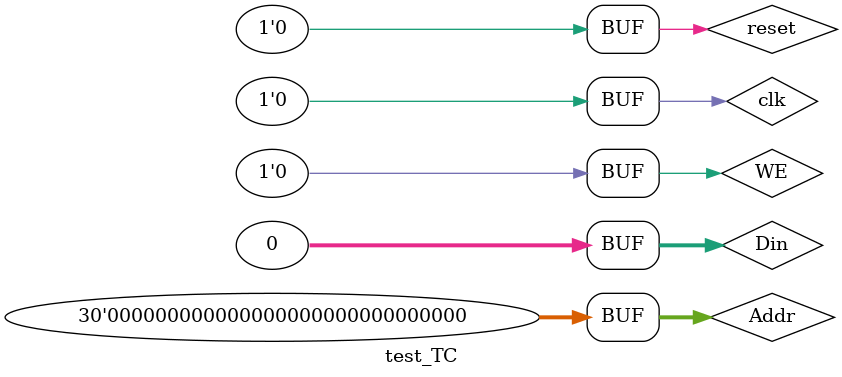
<source format=v>
`timescale 1ns / 1ps


module test_TC;

	// Inputs
	reg clk;
	reg reset;
	reg [31:2] Addr;
	reg WE;
	reg [31:0] Din;

	// Outputs
	wire [31:0] Dout;
	wire IRQ;

	// Instantiate the Unit Under Test (UUT)
	TC uut (
		.clk(clk), 
		.reset(reset), 
		.Addr(Addr), 
		.WE(WE), 
		.Din(Din), 
		.Dout(Dout), 
		.IRQ(IRQ)
	);

	initial begin
		// Initialize Inputs
		clk = 0;
		reset = 0;
		Addr = 0;
		WE = 0;
		Din = 0;

		// Wait 100 ns for global reset to finish
		#100;
        
		// Add stimulus here

	end
      
endmodule


</source>
